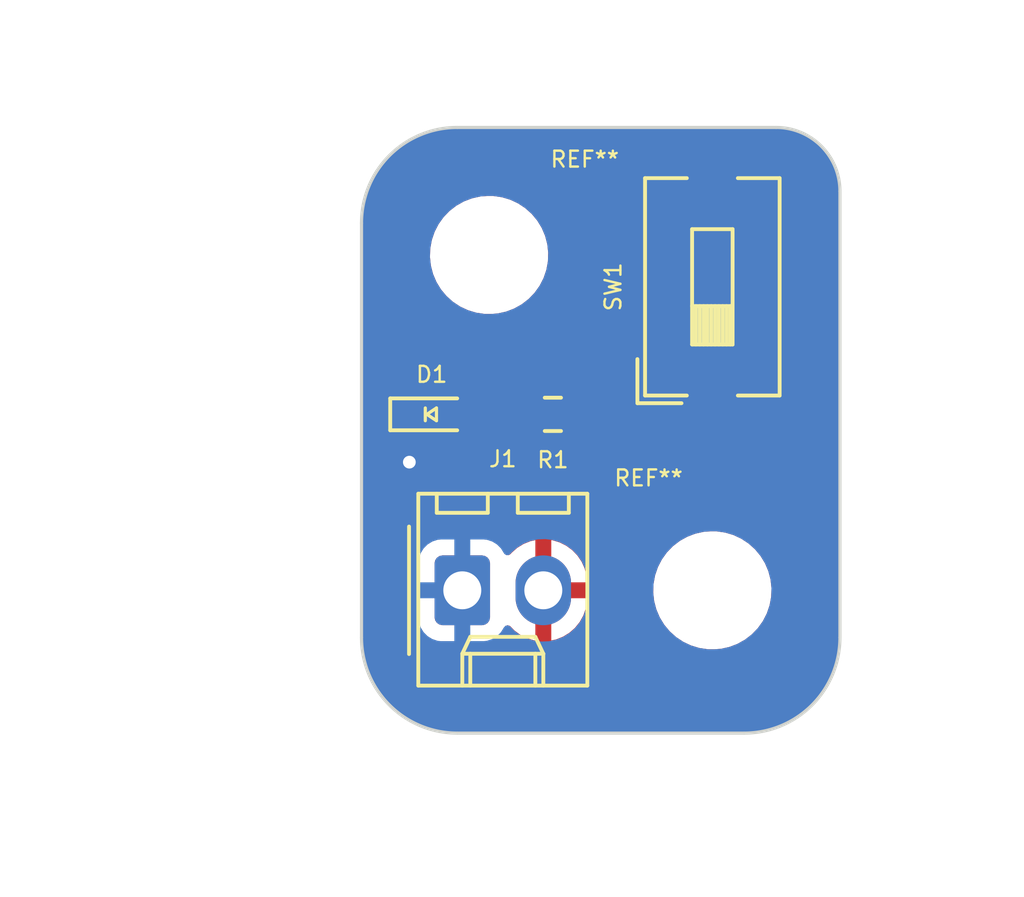
<source format=kicad_pcb>
(kicad_pcb (version 20221018) (generator pcbnew)
  (title_block (title "Project1") (date "2022-08-16") (rev "1.0") (company "Illini Solar Car") (comment 1 "Designed By: Thomas Vigh"))
  (layers (0 "F.Cu" signal) (31 "B.Cu" signal) (34 "B.Paste" user) (35 "F.Paste" user) (36 "B.SilkS" user "B.Silkscreen") (37 "F.SilkS" user "F.Silkscreen") (38 "B.Mask" user) (39 "F.Mask" user) (44 "Edge.Cuts" user))
  (net 0 "")
  (net 1 "GND")
  (net 2 "Net-(D1-A)")
  (net 3 "Net-(R1-Pad1)")
  (net 4 "+3V3")
  (footprint "MountingHole:MountingHole_3.2mm_M3" (layer "F.Cu") (at 145 96.52)
    (fp_text reference "REF**" (at -2 -3.52) (layer "F.SilkS") (effects (font (size 0.5 0.5) (thickness 0.075))))
    (fp_text value "MountingHole_3.2mm_M3")
    (pad "" np_thru_hole circle (at 0 0) (size 3.2 3.2) (drill 3.2) (layers "*.Cu" "*.Mask"))
  )
  (footprint "Resistor_SMD:R_0603_1608Metric_Pad0.98x0.95mm_HandSolder" (layer "F.Cu") (at 140 91 180)
    (fp_text reference "R1" (at 0 -1.43) (layer "F.SilkS") (effects (font (size 0.5 0.5) (thickness 0.075))))
    (fp_text value "105")
    (fp_line (start -0.254724 -0.5225) (end 0.254724 -0.5225) (stroke (width 0.12)) (layer "F.SilkS"))
    (fp_line (start -0.254724 0.5225) (end 0.254724 0.5225) (stroke (width 0.12)) (layer "F.SilkS"))
    (pad "1" smd roundrect (at -0.9125 0 180) (size 0.975 0.95) (layers "F.Cu" "F.Paste" "F.Mask") (net 3 "Net-(R1-Pad1)"))
    (pad "2" smd roundrect (at 0.9125 0 180) (size 0.975 0.95) (layers "F.Cu" "F.Paste" "F.Mask") (net 2 "Net-(D1-A)"))
  )
  (footprint "Button_Switch_SMD:SW_DIP_SPSTx01_Slide_6.7x4.1mm_W6.73mm_P2.54mm_LowProfile_JPin" (layer "F.Cu") (at 145 87 90)
    (fp_text reference "SW1" (at 0 -3.11 90) (layer "F.SilkS") (effects (font (size 0.5 0.5) (thickness 0.075))))
    (fp_text value "SW_Push")
    (fp_line (start -3.65 -2.35) (end -3.65 -0.967) (stroke (width 0.12)) (layer "F.SilkS"))
    (fp_line (start -3.65 -2.35) (end -2.267 -2.35) (stroke (width 0.12)) (layer "F.SilkS"))
    (fp_line (start -3.41 -2.11) (end -3.41 -0.8) (stroke (width 0.12)) (layer "F.SilkS"))
    (fp_line (start -3.41 -2.11) (end 3.41 -2.11) (stroke (width 0.12)) (layer "F.SilkS"))
    (fp_line (start -3.41 0.8) (end -3.41 2.11) (stroke (width 0.12)) (layer "F.SilkS"))
    (fp_line (start -3.41 2.11) (end 3.41 2.11) (stroke (width 0.12)) (layer "F.SilkS"))
    (fp_line (start -1.81 -0.635) (end -1.81 0.635) (stroke (width 0.12)) (layer "F.SilkS"))
    (fp_line (start -1.81 -0.515) (end -0.603333 -0.515) (stroke (width 0.12)) (layer "F.SilkS"))
    (fp_line (start -1.81 -0.395) (end -0.603333 -0.395) (stroke (width 0.12)) (layer "F.SilkS"))
    (fp_line (start -1.81 -0.275) (end -0.603333 -0.275) (stroke (width 0.12)) (layer "F.SilkS"))
    (fp_line (start -1.81 -0.155) (end -0.603333 -0.155) (stroke (width 0.12)) (layer "F.SilkS"))
    (fp_line (start -1.81 -0.035) (end -0.603333 -0.035) (stroke (width 0.12)) (layer "F.SilkS"))
    (fp_line (start -1.81 0.085) (end -0.603333 0.085) (stroke (width 0.12)) (layer "F.SilkS"))
    (fp_line (start -1.81 0.205) (end -0.603333 0.205) (stroke (width 0.12)) (layer "F.SilkS"))
    (fp_line (start -1.81 0.325) (end -0.603333 0.325) (stroke (width 0.12)) (layer "F.SilkS"))
    (fp_line (start -1.81 0.445) (end -0.603333 0.445) (stroke (width 0.12)) (layer "F.SilkS"))
    (fp_line (start -1.81 0.565) (end -0.603333 0.565) (stroke (width 0.12)) (layer "F.SilkS"))
    (fp_line (start -1.81 0.635) (end 1.81 0.635) (stroke (width 0.12)) (layer "F.SilkS"))
    (fp_line (start -0.603333 -0.635) (end -0.603333 0.635) (stroke (width 0.12)) (layer "F.SilkS"))
    (fp_line (start 1.81 -0.635) (end -1.81 -0.635) (stroke (width 0.12)) (layer "F.SilkS"))
    (fp_line (start 1.81 0.635) (end 1.81 -0.635) (stroke (width 0.12)) (layer "F.SilkS"))
    (fp_line (start 3.41 -2.11) (end 3.41 -0.8) (stroke (width 0.12)) (layer "F.SilkS"))
    (fp_line (start 3.41 0.8) (end 3.41 2.11) (stroke (width 0.12)) (layer "F.SilkS"))
    (pad "1" smd rect (at -3.365 0 90) (size 2.16 1.12) (layers "F.Cu" "F.Paste" "F.Mask") (net 4 "+3V3"))
    (pad "2" smd rect (at 3.365 0 90) (size 2.16 1.12) (layers "F.Cu" "F.Paste" "F.Mask") (net 3 "Net-(R1-Pad1)"))
  )
  (footprint "Connector_Molex:Molex_KK-254_AE-6410-02A_1x02_P2.54mm_Vertical" (layer "F.Cu") (at 137.16 96.52)
    (fp_text reference "J1" (at 1.27 -4.12) (layer "F.SilkS") (effects (font (size 0.5 0.5) (thickness 0.075))))
    (fp_text value "Conn_01x02")
    (fp_line (start -1.67 -2) (end -1.67 2) (stroke (width 0.12)) (layer "F.SilkS"))
    (fp_line (start -1.38 -3.03) (end -1.38 2.99) (stroke (width 0.12)) (layer "F.SilkS"))
    (fp_line (start -1.38 2.99) (end 3.92 2.99) (stroke (width 0.12)) (layer "F.SilkS"))
    (fp_line (start -0.8 -3.03) (end -0.8 -2.43) (stroke (width 0.12)) (layer "F.SilkS"))
    (fp_line (start -0.8 -2.43) (end 0.8 -2.43) (stroke (width 0.12)) (layer "F.SilkS"))
    (fp_line (start 0 1.99) (end 0.25 1.46) (stroke (width 0.12)) (layer "F.SilkS"))
    (fp_line (start 0 1.99) (end 2.54 1.99) (stroke (width 0.12)) (layer "F.SilkS"))
    (fp_line (start 0 2.99) (end 0 1.99) (stroke (width 0.12)) (layer "F.SilkS"))
    (fp_line (start 0.25 1.46) (end 2.29 1.46) (stroke (width 0.12)) (layer "F.SilkS"))
    (fp_line (start 0.25 2.99) (end 0.25 1.99) (stroke (width 0.12)) (layer "F.SilkS"))
    (fp_line (start 0.8 -2.43) (end 0.8 -3.03) (stroke (width 0.12)) (layer "F.SilkS"))
    (fp_line (start 1.74 -3.03) (end 1.74 -2.43) (stroke (width 0.12)) (layer "F.SilkS"))
    (fp_line (start 1.74 -2.43) (end 3.34 -2.43) (stroke (width 0.12)) (layer "F.SilkS"))
    (fp_line (start 2.29 1.46) (end 2.54 1.99) (stroke (width 0.12)) (layer "F.SilkS"))
    (fp_line (start 2.29 2.99) (end 2.29 1.99) (stroke (width 0.12)) (layer "F.SilkS"))
    (fp_line (start 2.54 1.99) (end 2.54 2.99) (stroke (width 0.12)) (layer "F.SilkS"))
    (fp_line (start 3.34 -2.43) (end 3.34 -3.03) (stroke (width 0.12)) (layer "F.SilkS"))
    (fp_line (start 3.92 -3.03) (end -1.38 -3.03) (stroke (width 0.12)) (layer "F.SilkS"))
    (fp_line (start 3.92 2.99) (end 3.92 -3.03) (stroke (width 0.12)) (layer "F.SilkS"))
    (pad "1" thru_hole roundrect (at 0 0) (size 1.74 2.19) (drill 1.19) (layers "*.Cu" "*.Mask") (roundrect_rratio 0.143678) (net 1 "GND"))
    (pad "2" thru_hole oval (at 2.54 0) (size 1.74 2.19) (drill 1.19) (layers "*.Cu" "*.Mask") (net 4 "+3V3"))
  )
  (footprint "MountingHole:MountingHole_3.2mm_M3" (layer "F.Cu") (at 138 86)
    (fp_text reference "REF**" (at 3 -3 180) (layer "F.SilkS") (effects (font (size 0.5 0.5) (thickness 0.075))))
    (fp_text value "MountingHole_3.2mm_M3")
    (pad "" np_thru_hole circle (at 0 0) (size 3.2 3.2) (drill 3.2) (layers "*.Cu" "*.Mask"))
  )
  (footprint "layout:LED_0603_Symbol_on_F.SilkS" (layer "F.Cu") (at 136.2 91)
    (fp_text reference "D1" (at 0 -1.25) (layer "F.SilkS") (effects (font (size 0.5 0.5) (thickness 0.075))))
    (fp_text value "LED_RED")
    (fp_line (start -1.3 -0.5) (end -1.3 0.5) (stroke (width 0.12)) (layer "F.SilkS"))
    (fp_line (start -1.3 -0.5) (end 0.8 -0.5) (stroke (width 0.12)) (layer "F.SilkS"))
    (fp_line (start -1.3 0.5) (end 0.8 0.5) (stroke (width 0.12)) (layer "F.SilkS"))
    (fp_line (start -0.2 -0.2) (end -0.2 0.2) (stroke (width 0.1)) (layer "F.SilkS"))
    (fp_line (start -0.15 0) (end 0.15 -0.2) (stroke (width 0.1)) (layer "F.SilkS"))
    (fp_line (start 0.15 -0.2) (end 0.15 0.2) (stroke (width 0.1)) (layer "F.SilkS"))
    (fp_line (start 0.15 0.2) (end -0.15 0) (stroke (width 0.1)) (layer "F.SilkS"))
    (pad "1" smd rect (at -0.8 0 180) (size 0.8 0.8) (layers "F.Cu" "F.Paste" "F.Mask") (net 1 "GND"))
    (pad "2" smd rect (at 0.8 0 180) (size 0.8 0.8) (layers "F.Cu" "F.Paste" "F.Mask") (net 2 "Net-(D1-A)"))
  )
  (gr_line (start 134 98) (end 134 85) (stroke (width 0.1)) (layer "Edge.Cuts"))
  (gr_arc (start 147 82) (mid 148.414214 82.585786) (end 149 84) (stroke (width 0.1)) (layer "Edge.Cuts"))
  (gr_line (start 137 82) (end 147 82) (stroke (width 0.1)) (layer "Edge.Cuts"))
  (gr_arc (start 134 85) (mid 134.87868 82.87868) (end 137 82) (stroke (width 0.1)) (layer "Edge.Cuts"))
  (gr_arc (start 137 101) (mid 134.87868 100.12132) (end 134 98) (stroke (width 0.1)) (layer "Edge.Cuts"))
  (gr_line (start 149 84) (end 149 98) (stroke (width 0.1)) (layer "Edge.Cuts"))
  (gr_line (start 146 101) (end 137 101) (stroke (width 0.1)) (layer "Edge.Cuts"))
  (gr_arc (start 149 98) (mid 148.12132 100.12132) (end 146 101) (stroke (width 0.1)) (layer "Edge.Cuts"))
  (segment (start 135.4 91) (end 135.4 92.4) (width 0.25) (layer "F.Cu") (net 1))
  (segment (start 135.4 92.4) (end 135.5 92.5) (width 0.25) (layer "F.Cu") (net 1))
  (via (at 135.5 92.5) (size 0.8) (drill 0.4) (layers "F.Cu" "B.Cu") (net 1))
  (segment (start 137 91) (end 139.0875 91) (width 0.25) (layer "F.Cu") (net 2))
  (segment (start 145 83.635) (end 143.365 83.635) (width 0.25) (layer "F.Cu") (net 3))
  (segment (start 141 90.9125) (end 140.9125 91) (width 0.25) (layer "F.Cu") (net 3))
  (segment (start 142 85) (end 142 88.25) (width 0.25) (layer "F.Cu") (net 3))
  (segment (start 141 89.25) (end 141 90.9125) (width 0.25) (layer "F.Cu") (net 3))
  (segment (start 143.365 83.635) (end 142 85) (width 0.25) (layer "F.Cu") (net 3))
  (segment (start 142 88.25) (end 141 89.25) (width 0.25) (layer "F.Cu") (net 3))
  (zone (net 4) (net_name "+3V3") (layer "F.Cu") (connect_pads (clearance 0.508)) (min_thickness 0.25) (fill yes (thermal_gap 0.5) (thermal_bridge_width 0.5))
    (polygon (pts (xy 134 82) (xy 149 82) (xy 149 101) (xy 134 101)))
  )
  (zone (net 1) (net_name "GND") (layer "B.Cu") (priority 1) (connect_pads (clearance 0.508)) (min_thickness 0.25) (fill yes (thermal_gap 0.5) (thermal_bridge_width 0.5))
    (polygon (pts (xy 134 82) (xy 149 82) (xy 149 101) (xy 134 101)))
  )
)
</source>
